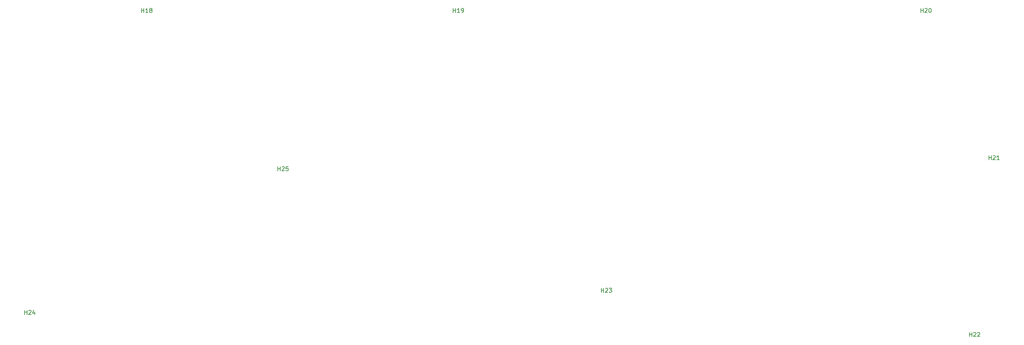
<source format=gto>
G04 #@! TF.GenerationSoftware,KiCad,Pcbnew,(6.0.2-0)*
G04 #@! TF.CreationDate,2022-07-19T14:25:45+02:00*
G04 #@! TF.ProjectId,switch-plate,73776974-6368-42d7-906c-6174652e6b69,rev?*
G04 #@! TF.SameCoordinates,Original*
G04 #@! TF.FileFunction,Legend,Top*
G04 #@! TF.FilePolarity,Positive*
%FSLAX46Y46*%
G04 Gerber Fmt 4.6, Leading zero omitted, Abs format (unit mm)*
G04 Created by KiCad (PCBNEW (6.0.2-0)) date 2022-07-19 14:25:45*
%MOMM*%
%LPD*%
G01*
G04 APERTURE LIST*
%ADD10C,0.150000*%
%ADD11C,2.400000*%
%ADD12C,2.200000*%
G04 APERTURE END LIST*
D10*
X60511904Y-51954380D02*
X60511904Y-50954380D01*
X60511904Y-51430571D02*
X61083333Y-51430571D01*
X61083333Y-51954380D02*
X61083333Y-50954380D01*
X61511904Y-51049619D02*
X61559523Y-51002000D01*
X61654761Y-50954380D01*
X61892857Y-50954380D01*
X61988095Y-51002000D01*
X62035714Y-51049619D01*
X62083333Y-51144857D01*
X62083333Y-51240095D01*
X62035714Y-51382952D01*
X61464285Y-51954380D01*
X62083333Y-51954380D01*
X62988095Y-50954380D02*
X62511904Y-50954380D01*
X62464285Y-51430571D01*
X62511904Y-51382952D01*
X62607142Y-51335333D01*
X62845238Y-51335333D01*
X62940476Y-51382952D01*
X62988095Y-51430571D01*
X63035714Y-51525809D01*
X63035714Y-51763904D01*
X62988095Y-51859142D01*
X62940476Y-51906761D01*
X62845238Y-51954380D01*
X62607142Y-51954380D01*
X62511904Y-51906761D01*
X62464285Y-51859142D01*
X-1238095Y-87054380D02*
X-1238095Y-86054380D01*
X-1238095Y-86530571D02*
X-666666Y-86530571D01*
X-666666Y-87054380D02*
X-666666Y-86054380D01*
X-238095Y-86149619D02*
X-190476Y-86102000D01*
X-95238Y-86054380D01*
X142857Y-86054380D01*
X238095Y-86102000D01*
X285714Y-86149619D01*
X333333Y-86244857D01*
X333333Y-86340095D01*
X285714Y-86482952D01*
X-285714Y-87054380D01*
X333333Y-87054380D01*
X1190476Y-86387714D02*
X1190476Y-87054380D01*
X952380Y-86006761D02*
X714285Y-86721047D01*
X1333333Y-86721047D01*
X139361904Y-81654380D02*
X139361904Y-80654380D01*
X139361904Y-81130571D02*
X139933333Y-81130571D01*
X139933333Y-81654380D02*
X139933333Y-80654380D01*
X140361904Y-80749619D02*
X140409523Y-80702000D01*
X140504761Y-80654380D01*
X140742857Y-80654380D01*
X140838095Y-80702000D01*
X140885714Y-80749619D01*
X140933333Y-80844857D01*
X140933333Y-80940095D01*
X140885714Y-81082952D01*
X140314285Y-81654380D01*
X140933333Y-81654380D01*
X141266666Y-80654380D02*
X141885714Y-80654380D01*
X141552380Y-81035333D01*
X141695238Y-81035333D01*
X141790476Y-81082952D01*
X141838095Y-81130571D01*
X141885714Y-81225809D01*
X141885714Y-81463904D01*
X141838095Y-81559142D01*
X141790476Y-81606761D01*
X141695238Y-81654380D01*
X141409523Y-81654380D01*
X141314285Y-81606761D01*
X141266666Y-81559142D01*
X229136904Y-92454380D02*
X229136904Y-91454380D01*
X229136904Y-91930571D02*
X229708333Y-91930571D01*
X229708333Y-92454380D02*
X229708333Y-91454380D01*
X230136904Y-91549619D02*
X230184523Y-91502000D01*
X230279761Y-91454380D01*
X230517857Y-91454380D01*
X230613095Y-91502000D01*
X230660714Y-91549619D01*
X230708333Y-91644857D01*
X230708333Y-91740095D01*
X230660714Y-91882952D01*
X230089285Y-92454380D01*
X230708333Y-92454380D01*
X231089285Y-91549619D02*
X231136904Y-91502000D01*
X231232142Y-91454380D01*
X231470238Y-91454380D01*
X231565476Y-91502000D01*
X231613095Y-91549619D01*
X231660714Y-91644857D01*
X231660714Y-91740095D01*
X231613095Y-91882952D01*
X231041666Y-92454380D01*
X231660714Y-92454380D01*
X233886904Y-49254380D02*
X233886904Y-48254380D01*
X233886904Y-48730571D02*
X234458333Y-48730571D01*
X234458333Y-49254380D02*
X234458333Y-48254380D01*
X234886904Y-48349619D02*
X234934523Y-48302000D01*
X235029761Y-48254380D01*
X235267857Y-48254380D01*
X235363095Y-48302000D01*
X235410714Y-48349619D01*
X235458333Y-48444857D01*
X235458333Y-48540095D01*
X235410714Y-48682952D01*
X234839285Y-49254380D01*
X235458333Y-49254380D01*
X236410714Y-49254380D02*
X235839285Y-49254380D01*
X236125000Y-49254380D02*
X236125000Y-48254380D01*
X236029761Y-48397238D01*
X235934523Y-48492476D01*
X235839285Y-48540095D01*
X217261904Y-13254379D02*
X217261904Y-12254379D01*
X217261904Y-12730570D02*
X217833333Y-12730570D01*
X217833333Y-13254379D02*
X217833333Y-12254379D01*
X218261904Y-12349618D02*
X218309523Y-12301999D01*
X218404761Y-12254379D01*
X218642857Y-12254379D01*
X218738095Y-12301999D01*
X218785714Y-12349618D01*
X218833333Y-12444856D01*
X218833333Y-12540094D01*
X218785714Y-12682951D01*
X218214285Y-13254379D01*
X218833333Y-13254379D01*
X219452380Y-12254379D02*
X219547619Y-12254379D01*
X219642857Y-12301999D01*
X219690476Y-12349618D01*
X219738095Y-12444856D01*
X219785714Y-12635332D01*
X219785714Y-12873427D01*
X219738095Y-13063903D01*
X219690476Y-13159141D01*
X219642857Y-13206760D01*
X219547619Y-13254379D01*
X219452380Y-13254379D01*
X219357142Y-13206760D01*
X219309523Y-13159141D01*
X219261904Y-13063903D01*
X219214285Y-12873427D01*
X219214285Y-12635332D01*
X219261904Y-12444856D01*
X219309523Y-12349618D01*
X219357142Y-12301999D01*
X219452380Y-12254379D01*
X103261904Y-13254379D02*
X103261904Y-12254379D01*
X103261904Y-12730570D02*
X103833333Y-12730570D01*
X103833333Y-13254379D02*
X103833333Y-12254379D01*
X104833333Y-13254379D02*
X104261904Y-13254379D01*
X104547619Y-13254379D02*
X104547619Y-12254379D01*
X104452380Y-12397237D01*
X104357142Y-12492475D01*
X104261904Y-12540094D01*
X105309523Y-13254379D02*
X105500000Y-13254379D01*
X105595238Y-13206760D01*
X105642857Y-13159141D01*
X105738095Y-13016284D01*
X105785714Y-12825808D01*
X105785714Y-12444856D01*
X105738095Y-12349618D01*
X105690476Y-12301999D01*
X105595238Y-12254379D01*
X105404761Y-12254379D01*
X105309523Y-12301999D01*
X105261904Y-12349618D01*
X105214285Y-12444856D01*
X105214285Y-12682951D01*
X105261904Y-12778189D01*
X105309523Y-12825808D01*
X105404761Y-12873427D01*
X105595238Y-12873427D01*
X105690476Y-12825808D01*
X105738095Y-12778189D01*
X105785714Y-12682951D01*
X27261904Y-13254379D02*
X27261904Y-12254379D01*
X27261904Y-12730570D02*
X27833333Y-12730570D01*
X27833333Y-13254379D02*
X27833333Y-12254379D01*
X28833333Y-13254379D02*
X28261904Y-13254379D01*
X28547619Y-13254379D02*
X28547619Y-12254379D01*
X28452380Y-12397237D01*
X28357142Y-12492475D01*
X28261904Y-12540094D01*
X29404761Y-12682951D02*
X29309523Y-12635332D01*
X29261904Y-12587713D01*
X29214285Y-12492475D01*
X29214285Y-12444856D01*
X29261904Y-12349618D01*
X29309523Y-12301999D01*
X29404761Y-12254379D01*
X29595238Y-12254379D01*
X29690476Y-12301999D01*
X29738095Y-12349618D01*
X29785714Y-12444856D01*
X29785714Y-12492475D01*
X29738095Y-12587713D01*
X29690476Y-12635332D01*
X29595238Y-12682951D01*
X29404761Y-12682951D01*
X29309523Y-12730570D01*
X29261904Y-12778189D01*
X29214285Y-12873427D01*
X29214285Y-13063903D01*
X29261904Y-13159141D01*
X29309523Y-13206760D01*
X29404761Y-13254379D01*
X29595238Y-13254379D01*
X29690476Y-13206760D01*
X29738095Y-13159141D01*
X29785714Y-13063903D01*
X29785714Y-12873427D01*
X29738095Y-12778189D01*
X29690476Y-12730570D01*
X29595238Y-12682951D01*
%LPC*%
D11*
X61750000Y-54000000D03*
X0Y-89100000D03*
X140600000Y-83700000D03*
X230375000Y-94500000D03*
X235125000Y-51300000D03*
X218500000Y-15299999D03*
X104500000Y-15299999D03*
X28500000Y-15299999D03*
D12*
X237500000Y-15299999D03*
X258875000Y-51300000D03*
X270750000Y-87300000D03*
X230375000Y-87300000D03*
X9500000Y-15299999D03*
X82750000Y-90899999D03*
X194750000Y-51300000D03*
X66500000Y-15299999D03*
X9875000Y-79200000D03*
X123500000Y-15299999D03*
X42750000Y-51300000D03*
X180500000Y-15299999D03*
X38000000Y-87300000D03*
X147250000Y-83700000D03*
X225625000Y-65700000D03*
X156750000Y-51300000D03*
X118750000Y-51300000D03*
M02*

</source>
